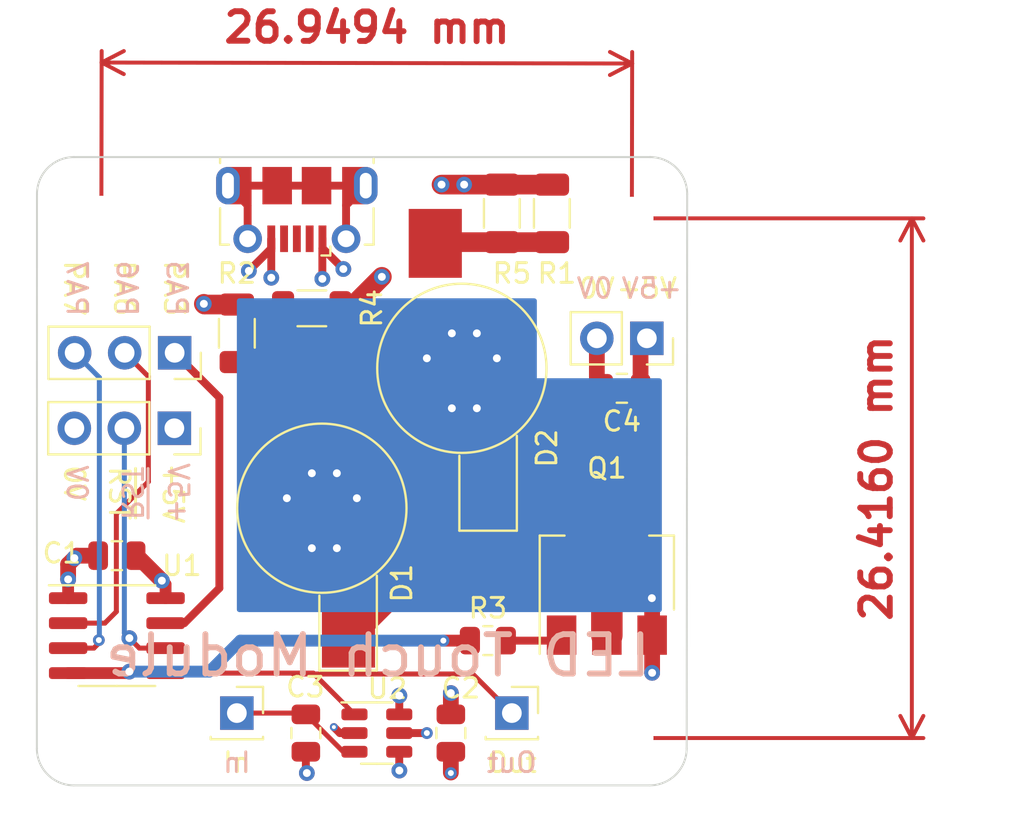
<source format=kicad_pcb>
(kicad_pcb (version 20211014) (generator pcbnew)
  (layers (0 "F.Cu" signal) (1 "In1.Cu" signal) (2 "In2.Cu" signal) (31 "B.Cu" jumper) (34 "B.Paste" user) (35 "F.Paste" user) (36 "B.SilkS" user "B.Silkscreen") (37 "F.SilkS" user "F.Silkscreen") (38 "B.Mask" user) (39 "F.Mask" user) (44 "Edge.Cuts" user))
  (net 0 "")
  (net 1 "+5V")
  (net 2 "GND")
  (net 3 "Net-(C3-Pad1)")
  (net 4 "/~{RST}")
  (net 5 "Net-(J3-Pad1)")
  (net 6 "Net-(J3-Pad2)")
  (net 7 "Net-(J3-Pad3)")
  (net 11 "unconnected-(J5-Pad6)")
  (net 12 "/Touch")
  (net 13 "Net-(Q1-Pad1)")
  (net 14 "Net-(D1-Pad1)")
  (net 15 "Net-(R3-Pad1)")
  (net 16 "Net-(D2-Pad2)")
  (net 17 "Net-(D1-Pad2)")
  (footprint "Connector_PinSocket_2.54mm:PinSocket_1x01_P2.54mm_Vertical" (layer "F.Cu") (at 129.54 75.692)
    (fp_text reference "J6" hide)
    (fp_text value "Conn_01x01")
    (fp_line (start -1.33 1.33) (end 1.33 1.33) (layer "F.SilkS") (width 0.12))
    (fp_line (start 1.33 1.21) (end 1.33 1.33) (layer "F.SilkS") (width 0.12))
    (fp_line (start -1.33 1.21) (end -1.33 1.33) (layer "F.SilkS") (width 0.12))
    (fp_line (start 1.33 -1.33) (end 1.33 0) (layer "F.SilkS") (width 0.12))
    (fp_line (start 0 -1.33) (end 1.33 -1.33) (layer "F.SilkS") (width 0.12))
    (pad "1" thru_hole rect (at 0 0) (size 1.7 1.7) (drill 1) (layers *.Cu *.Mask) (net 12 "/Touch"))
  )
  (footprint "Package_TO_SOT_SMD:SOT-223-3_TabPin2" (layer "F.Cu") (at 134.366 68.58 90)
    (fp_text reference "Q1" (at 5.334 0 180) (layer "F.SilkS"))
    (fp_text value "PZT2222A")
    (fp_line (start 1.91 3.41) (end 1.91 2.15) (layer "F.SilkS") (width 0.12))
    (fp_line (start 1.91 -3.41) (end 1.91 -2.15) (layer "F.SilkS") (width 0.12))
    (fp_line (start -4.1 -3.41) (end 1.91 -3.41) (layer "F.SilkS") (width 0.12))
    (fp_line (start -1.85 3.41) (end 1.91 3.41) (layer "F.SilkS") (width 0.12))
    (pad "1" smd rect (at -3.15 -2.3 90) (size 2 1.5) (layers "F.Cu" "F.Paste" "F.Mask") (net 13 "Net-(Q1-Pad1)"))
    (pad "2" smd rect (at -3.15 0 90) (size 2 1.5) (layers "F.Cu" "F.Paste" "F.Mask") (net 14 "Net-(D1-Pad1)"))
    (pad "2" smd rect (at 3.15 0 90) (size 2 3.8) (layers "F.Cu" "F.Paste" "F.Mask") (net 14 "Net-(D1-Pad1)"))
    (pad "3" smd rect (at -3.15 2.3 90) (size 2 1.5) (layers "F.Cu" "F.Paste" "F.Mask") (net 2 "GND"))
  )
  (footprint "Connector_PinSocket_2.54mm:PinSocket_1x02_P2.54mm_Vertical" (layer "F.Cu") (at 136.398 56.642 -90)
    (fp_text reference "J1" hide)
    (fp_text value "Conn_01x02")
    (fp_line (start 1.33 -1.33) (end 1.33 0) (layer "F.SilkS") (width 0.12))
    (fp_line (start -1.33 1.27) (end 1.33 1.27) (layer "F.SilkS") (width 0.12))
    (fp_line (start 0 -1.33) (end 1.33 -1.33) (layer "F.SilkS") (width 0.12))
    (fp_line (start -1.33 3.87) (end 1.33 3.87) (layer "F.SilkS") (width 0.12))
    (fp_line (start -1.33 1.27) (end -1.33 3.87) (layer "F.SilkS") (width 0.12))
    (fp_line (start 1.33 1.27) (end 1.33 3.87) (layer "F.SilkS") (width 0.12))
    (pad "1" thru_hole rect (at 0 0 270) (size 1.7 1.7) (drill 1) (layers *.Cu *.Mask) (net 1 "+5V"))
    (pad "2" thru_hole oval (at 0 2.54 270) (size 1.7 1.7) (drill 1) (layers *.Cu *.Mask) (net 2 "GND"))
  )
  (footprint "Resistor_SMD:R_1206_3216Metric" (layer "F.Cu") (at 131.572 50.292 -90)
    (fp_text reference "R1" (at 3.048 -0.254) (layer "F.SilkS"))
    (fp_text value "10")
    (fp_line (start -0.727064 0.91) (end 0.727064 0.91) (layer "F.SilkS") (width 0.12))
    (fp_line (start -0.727064 -0.91) (end 0.727064 -0.91) (layer "F.SilkS") (width 0.12))
    (pad "1" smd roundrect (at -1.4625 0 270) (size 1.125 1.75) (layers "F.Cu" "F.Paste" "F.Mask") (roundrect_rratio 0.2222222222) (net 1 "+5V"))
    (pad "2" smd roundrect (at 1.4625 0 270) (size 1.125 1.75) (layers "F.Cu" "F.Paste" "F.Mask") (roundrect_rratio 0.2222222222) (net 16 "Net-(D2-Pad2)"))
  )
  (footprint "MountingHole:MountingHole_2.2mm_M2" (layer "F.Cu") (at 108.6866 76.9112)
    (fp_text reference "H1" hide)
    (fp_text value "MountingHole")
    (pad "" np_thru_hole circle (at 0 0) (size 2.2 2.2) (drill 2.2) (layers *.Cu *.Mask))
  )
  (footprint "Capacitor_SMD:C_0805_2012Metric" (layer "F.Cu") (at 135.128 59.182 180)
    (fp_text reference "C4" (at 0 -1.68) (layer "F.SilkS"))
    (fp_text value "470n")
    (fp_line (start -0.261252 -0.735) (end 0.261252 -0.735) (layer "F.SilkS") (width 0.12))
    (fp_line (start -0.261252 0.735) (end 0.261252 0.735) (layer "F.SilkS") (width 0.12))
    (pad "1" smd roundrect (at -0.95 0 180) (size 1 1.45) (layers "F.Cu" "F.Paste" "F.Mask") (net 1 "+5V"))
    (pad "2" smd roundrect (at 0.95 0 180) (size 1 1.45) (layers "F.Cu" "F.Paste" "F.Mask") (net 2 "GND"))
  )
  (footprint "MountingHole:MountingHole_2.2mm_M2" (layer "F.Cu") (at 108.6866 50.4952)
    (fp_text reference "H2" hide)
    (fp_text value "MountingHole")
    (pad "" np_thru_hole circle (at 0 0) (size 2.2 2.2) (drill 2.2) (layers *.Cu *.Mask))
  )
  (footprint "MountingHole:MountingHole_2.2mm_M2" (layer "F.Cu") (at 135.636 76.962)
    (fp_text reference "H3" hide)
    (fp_text value "MountingHole")
    (pad "" np_thru_hole circle (at 0 0) (size 2.2 2.2) (drill 2.2) (layers *.Cu *.Mask))
  )
  (footprint "Resistor_SMD:R_1206_3216Metric" (layer "F.Cu") (at 119.38 55.118 180)
    (fp_text reference "R4" (at -3.048 0 90) (layer "F.SilkS"))
    (fp_text value "10")
    (fp_line (start -0.727064 -0.91) (end 0.727064 -0.91) (layer "F.SilkS") (width 0.12))
    (fp_line (start -0.727064 0.91) (end 0.727064 0.91) (layer "F.SilkS") (width 0.12))
    (pad "1" smd roundrect (at -1.4625 0 180) (size 1.125 1.75) (layers "F.Cu" "F.Paste" "F.Mask") (roundrect_rratio 0.2222222222) (net 1 "+5V"))
    (pad "2" smd roundrect (at 1.4625 0 180) (size 1.125 1.75) (layers "F.Cu" "F.Paste" "F.Mask") (roundrect_rratio 0.2222222222) (net 17 "Net-(D1-Pad2)"))
  )
  (footprint "Package_SO:SOIC-8_3.9x4.9mm_P1.27mm" (layer "F.Cu") (at 109.474 71.755)
    (fp_text reference "U1" (at 3.302 -3.556) (layer "F.SilkS"))
    (fp_text value "ATtiny412-SS")
    (fp_line (start 0 2.56) (end 1.95 2.56) (layer "F.SilkS") (width 0.12))
    (fp_line (start 0 -2.56) (end 1.95 -2.56) (layer "F.SilkS") (width 0.12))
    (fp_line (start 0 -2.56) (end -3.45 -2.56) (layer "F.SilkS") (width 0.12))
    (fp_line (start 0 2.56) (end -1.95 2.56) (layer "F.SilkS") (width 0.12))
    (pad "1" smd roundrect (at -2.475 -1.905) (size 1.95 0.6) (layers "F.Cu" "F.Paste" "F.Mask") (net 1 "+5V"))
    (pad "2" smd roundrect (at -2.475 -0.635) (size 1.95 0.6) (layers "F.Cu" "F.Paste" "F.Mask") (net 6 "Net-(J3-Pad2)"))
    (pad "3" smd roundrect (at -2.475 0.635) (size 1.95 0.6) (layers "F.Cu" "F.Paste" "F.Mask") (net 7 "Net-(J3-Pad3)"))
    (pad "4" smd roundrect (at -2.475 1.905) (size 1.95 0.6) (layers "F.Cu" "F.Paste" "F.Mask") (net 15 "Net-(R3-Pad1)"))
    (pad "5" smd roundrect (at 2.475 1.905) (size 1.95 0.6) (layers "F.Cu" "F.Paste" "F.Mask") (net 12 "/Touch"))
    (pad "6" smd roundrect (at 2.475 0.635) (size 1.95 0.6) (layers "F.Cu" "F.Paste" "F.Mask") (net 4 "/~{RST}"))
    (pad "7" smd roundrect (at 2.475 -0.635) (size 1.95 0.6) (layers "F.Cu" "F.Paste" "F.Mask") (net 5 "Net-(J3-Pad1)"))
    (pad "8" smd roundrect (at 2.475 -1.905) (size 1.95 0.6) (layers "F.Cu" "F.Paste" "F.Mask") (net 2 "GND"))
  )
  (footprint "Connector_USB:USB_Micro-B_Molex-105017-0001" (layer "F.Cu") (at 118.618 50.12 180)
    (fp_text reference "J5" hide)
    (fp_text value "USB_B_Micro")
    (fp_line (start 3.9 2.6375) (end 3.9 2.3875) (layer "F.SilkS") (width 0.12))
    (fp_line (start 3.9 -1.7625) (end 3.45 -1.7625) (layer "F.SilkS") (width 0.12))
    (fp_line (start 3.9 0.0875) (end 3.9 -1.7625) (layer "F.SilkS") (width 0.12))
    (fp_line (start -1.7 -2.3125) (end -1.25 -2.3125) (layer "F.SilkS") (width 0.12))
    (fp_line (start -3.9 2.6375) (end -3.9 2.3875) (layer "F.SilkS") (width 0.12))
    (fp_line (start -3.9 -1.7625) (end -3.45 -1.7625) (layer "F.SilkS") (width 0.12))
    (fp_line (start -1.7 -2.3125) (end -1.7 -1.8625) (layer "F.SilkS") (width 0.12))
    (fp_line (start -3.9 0.0875) (end -3.9 -1.7625) (layer "F.SilkS") (width 0.12))
    (pad "1" smd rect (at -1.3 -1.4625 180) (size 0.4 1.35) (layers "F.Cu" "F.Paste" "F.Mask") (net 1 "+5V"))
    (pad "2" smd rect (at -0.65 -1.4625 180) (size 0.4 1.35) (layers "F.Cu" "F.Paste" "F.Mask"))
    (pad "3" smd rect (at 0 -1.4625 180) (size 0.4 1.35) (layers "F.Cu" "F.Paste" "F.Mask"))
    (pad "4" smd rect (at 0.65 -1.4625 180) (size 0.4 1.35) (layers "F.Cu" "F.Paste" "F.Mask"))
    (pad "5" smd rect (at 1.3 -1.4625 180) (size 0.4 1.35) (layers "F.Cu" "F.Paste" "F.Mask") (net 2 "GND"))
    (pad "6" thru_hole circle (at -2.5 -1.4625 180) (size 1.45 1.45) (drill 0.85) (layers *.Cu *.Mask) (net 11 "unconnected-(J5-Pad6)"))
    (pad "6" thru_hole oval (at -3.5 1.2375) (size 1.2 1.9) (drill oval 0.6 1.3) (layers *.Cu *.Mask) (net 11 "unconnected-(J5-Pad6)"))
    (pad "6" smd rect (at -2.9 1.2375 180) (size 1.2 1.9) (layers "F.Cu" "F.Mask") (net 11 "unconnected-(J5-Pad6)"))
    (pad "6" thru_hole circle (at 2.5 -1.4625 180) (size 1.45 1.45) (drill 0.85) (layers *.Cu *.Mask) (net 11 "unconnected-(J5-Pad6)"))
    (pad "6" smd rect (at -1 1.2375 180) (size 1.5 1.9) (layers "F.Cu" "F.Paste" "F.Mask") (net 11 "unconnected-(J5-Pad6)"))
    (pad "6" smd rect (at 2.9 1.2375 180) (size 1.2 1.9) (layers "F.Cu" "F.Mask") (net 11 "unconnected-(J5-Pad6)"))
    (pad "6" thru_hole oval (at 3.5 1.2375 180) (size 1.2 1.9) (drill oval 0.6 1.3) (layers *.Cu *.Mask) (net 11 "unconnected-(J5-Pad6)"))
    (pad "6" smd rect (at 1 1.2375 180) (size 1.5 1.9) (layers "F.Cu" "F.Paste" "F.Mask") (net 11 "unconnected-(J5-Pad6)"))
  )
  (footprint "Connector_PinSocket_2.54mm:PinSocket_1x01_P2.54mm_Vertical" (layer "F.Cu") (at 115.57 75.692)
    (fp_text reference "J4" hide)
    (fp_text value "Conn_01x01")
    (fp_line (start -1.33 1.33) (end 1.33 1.33) (layer "F.SilkS") (width 0.12))
    (fp_line (start 1.33 -1.33) (end 1.33 0) (layer "F.SilkS") (width 0.12))
    (fp_line (start 0 -1.33) (end 1.33 -1.33) (layer "F.SilkS") (width 0.12))
    (fp_line (start 1.33 1.21) (end 1.33 1.33) (layer "F.SilkS") (width 0.12))
    (fp_line (start -1.33 1.21) (end -1.33 1.33) (layer "F.SilkS") (width 0.12))
    (pad "1" thru_hole rect (at 0 0) (size 1.7 1.7) (drill 1) (layers *.Cu *.Mask) (net 3 "Net-(C3-Pad1)"))
  )
  (footprint "LED_SMD:LED_1W_3W_R8" (layer "F.Cu") (at 119.888 65.278 90)
    (fp_text reference "D1" (at -3.81 4.064 90) (layer "F.SilkS"))
    (fp_text value "LED")
    (fp_line (start -8.255 -0.127) (end -8.255 2.794) (layer "F.SilkS") (width 0.12))
    (fp_line (start -8.255 2.794) (end -3.429 2.794) (layer "F.SilkS") (width 0.12))
    (fp_line (start -4.445 -0.127) (end -8.255 -0.127) (layer "F.SilkS") (width 0.12))
    (fp_circle (center 0 0) (end -4.3 0) (layer "F.SilkS") (width 0.12) (fill none))
    (pad "1" smd rect (at -6.35 1.35 90) (size 3.5 2.7) (layers "F.Cu" "F.Paste" "F.Mask") (net 14 "Net-(D1-Pad1)"))
    (pad "2" smd rect (at 6.35 -1.35 90) (size 3.5 2.7) (layers "F.Cu" "F.Paste" "F.Mask") (net 17 "Net-(D1-Pad2)"))
    (pad "3" smd circle (at 0 0 90) (size 5.7 5.7) (layers "F.Cu" "F.Paste" "F.Mask"))
  )
  (footprint "Capacitor_SMD:C_0805_2012Metric" (layer "F.Cu") (at 109.474 67.691)
    (fp_text reference "C1" (at -2.794 -0.127) (layer "F.SilkS"))
    (fp_text value "100n")
    (fp_line (start -0.261252 -0.735) (end 0.261252 -0.735) (layer "F.SilkS") (width 0.12))
    (fp_line (start -0.261252 0.735) (end 0.261252 0.735) (layer "F.SilkS") (width 0.12))
    (pad "1" smd roundrect (at -0.95 0) (size 1 1.45) (layers "F.Cu" "F.Paste" "F.Mask") (net 1 "+5V"))
    (pad "2" smd roundrect (at 0.95 0) (size 1 1.45) (layers "F.Cu" "F.Paste" "F.Mask") (net 2 "GND"))
  )
  (footprint "Connector_PinSocket_2.54mm:PinSocket_1x03_P2.54mm_Vertical" (layer "F.Cu") (at 112.395 61.214 -90)
    (fp_text reference "J2" hide)
    (fp_text value "Conn_01x03")
    (fp_line (start 0 -1.33) (end 1.33 -1.33) (layer "F.SilkS") (width 0.12))
    (fp_line (start -1.33 1.27) (end 1.33 1.27) (layer "F.SilkS") (width 0.12))
    (fp_line (start 1.33 -1.33) (end 1.33 0) (layer "F.SilkS") (width 0.12))
    (fp_line (start -1.33 6.41) (end 1.33 6.41) (layer "F.SilkS") (width 0.12))
    (fp_line (start 1.33 1.27) (end 1.33 6.41) (layer "F.SilkS") (width 0.12))
    (fp_line (start -1.33 1.27) (end -1.33 6.41) (layer "F.SilkS") (width 0.12))
    (pad "1" thru_hole rect (at 0 0 270) (size 1.7 1.7) (drill 1) (layers *.Cu *.Mask) (net 1 "+5V"))
    (pad "2" thru_hole oval (at 0 2.54 270) (size 1.7 1.7) (drill 1) (layers *.Cu *.Mask) (net 4 "/~{RST}"))
    (pad "3" thru_hole oval (at 0 5.08 270) (size 1.7 1.7) (drill 1) (layers *.Cu *.Mask) (net 2 "GND"))
  )
  (footprint "Capacitor_SMD:C_0805_2012Metric" (layer "F.Cu") (at 119.0752 76.708 -90)
    (fp_text reference "C3" (at -2.3368 0.0254) (layer "F.SilkS"))
    (fp_text value "47p")
    (fp_line (start -0.261252 0.735) (end 0.261252 0.735) (layer "F.SilkS") (width 0.12))
    (fp_line (start -0.261252 -0.735) (end 0.261252 -0.735) (layer "F.SilkS") (width 0.12))
    (pad "1" smd roundrect (at -0.95 0 270) (size 1 1.45) (layers "F.Cu" "F.Paste" "F.Mask") (net 3 "Net-(C3-Pad1)"))
    (pad "2" smd roundrect (at 0.95 0 270) (size 1 1.45) (layers "F.Cu" "F.Paste" "F.Mask") (net 2 "GND"))
  )
  (footprint "Connector_PinSocket_2.54mm:PinSocket_1x03_P2.54mm_Vertical" (layer "F.Cu") (at 112.41 57.379 -90)
    (fp_text reference "J3" hide)
    (fp_text value "Conn_01x03")
    (fp_line (start 0 -1.33) (end 1.33 -1.33) (layer "F.SilkS") (width 0.12))
    (fp_line (start 1.33 1.27) (end 1.33 6.41) (layer "F.SilkS") (width 0.12))
    (fp_line (start -1.33 6.41) (end 1.33 6.41) (layer "F.SilkS") (width 0.12))
    (fp_line (start -1.33 1.27) (end -1.33 6.41) (layer "F.SilkS") (width 0.12))
    (fp_line (start 1.33 -1.33) (end 1.33 0) (layer "F.SilkS") (width 0.12))
    (fp_line (start -1.33 1.27) (end 1.33 1.27) (layer "F.SilkS") (width 0.12))
    (pad "1" thru_hole rect (at 0 0 270) (size 1.7 1.7) (drill 1) (layers *.Cu *.Mask) (net 5 "Net-(J3-Pad1)"))
    (pad "2" thru_hole oval (at 0 2.54 270) (size 1.7 1.7) (drill 1) (layers *.Cu *.Mask) (net 6 "Net-(J3-Pad2)"))
    (pad "3" thru_hole oval (at 0 5.08 270) (size 1.7 1.7) (drill 1) (layers *.Cu *.Mask) (net 7 "Net-(J3-Pad3)"))
  )
  (footprint "Resistor_SMD:R_1206_3216Metric" (layer "F.Cu") (at 115.57 56.388 -90)
    (fp_text reference "R2" (at -3.048 0) (layer "F.SilkS"))
    (fp_text value "10")
    (fp_line (start -0.727064 -0.91) (end 0.727064 -0.91) (layer "F.SilkS") (width 0.12))
    (fp_line (start -0.727064 0.91) (end 0.727064 0.91) (layer "F.SilkS") (width 0.12))
    (pad "1" smd roundrect (at -1.4625 0 270) (size 1.125 1.75) (layers "F.Cu" "F.Paste" "F.Mask") (roundrect_rratio 0.2222222222) (net 1 "+5V"))
    (pad "2" smd roundrect (at 1.4625 0 270) (size 1.125 1.75) (layers "F.Cu" "F.Paste" "F.Mask") (roundrect_rratio 0.2222222222) (net 17 "Net-(D1-Pad2)"))
  )
  (footprint "LED_SMD:LED_1W_3W_R8" (layer "F.Cu") (at 127 58.166 90)
    (fp_text reference "D2" (at -4.064 4.318 90) (layer "F.SilkS"))
    (fp_text value "LED")
    (fp_line (start -8.255 -0.127) (end -8.255 2.794) (layer "F.SilkS") (width 0.12))
    (fp_line (start -8.255 2.794) (end -3.429 2.794) (layer "F.SilkS") (width 0.12))
    (fp_line (start -4.445 -0.127) (end -8.255 -0.127) (layer "F.SilkS") (width 0.12))
    (fp_circle (center 0 0) (end -4.3 0) (layer "F.SilkS") (width 0.12) (fill none))
    (pad "1" smd rect (at -6.35 1.35 90) (size 3.5 2.7) (layers "F.Cu" "F.Paste" "F.Mask") (net 14 "Net-(D1-Pad1)"))
    (pad "2" smd rect (at 6.35 -1.35 90) (size 3.5 2.7) (layers "F.Cu" "F.Paste" "F.Mask") (net 16 "Net-(D2-Pad2)"))
    (pad "3" smd circle (at 0 0 90) (size 5.7 5.7) (layers "F.Cu" "F.Paste" "F.Mask"))
  )
  (footprint "Package_TO_SOT_SMD:SOT-23-6" (layer "F.Cu") (at 122.682 76.708)
    (fp_text reference "U2" (at 0.5334 -2.2606) (layer "F.SilkS"))
    (fp_text value "TTP223")
    (fp_line (start 0 1.56) (end -0.8 1.56) (layer "F.SilkS") (width 0.12))
    (fp_line (start 0 -1.56) (end 0.8 -1.56) (layer "F.SilkS") (width 0.12))
    (fp_line (start 0 1.56) (end 0.8 1.56) (layer "F.SilkS") (width 0.12))
    (fp_line (start 0 -1.56) (end -1.8 -1.56) (layer "F.SilkS") (width 0.12))
    (pad "1" smd roundrect (at -1.1375 -0.95) (size 1.325 0.6) (layers "F.Cu" "F.Paste" "F.Mask") (net 12 "/Touch"))
    (pad "2" smd roundrect (at -1.1375 0) (size 1.325 0.6) (layers "F.Cu" "F.Paste" "F.Mask") (net 2 "GND"))
    (pad "3" smd roundrect (at -1.1375 0.95) (size 1.325 0.6) (layers "F.Cu" "F.Paste" "F.Mask") (net 3 "Net-(C3-Pad1)"))
    (pad "4" smd roundrect (at 1.1375 0.95) (size 1.325 0.6) (layers "F.Cu" "F.Paste" "F.Mask") (net 2 "GND"))
    (pad "5" smd roundrect (at 1.1375 0) (size 1.325 0.6) (layers "F.Cu" "F.Paste" "F.Mask") (net 1 "+5V"))
    (pad "6" smd roundrect (at 1.1375 -0.95) (size 1.325 0.6) (layers "F.Cu" "F.Paste" "F.Mask") (net 2 "GND"))
  )
  (footprint "Resistor_SMD:R_0805_2012Metric" (layer "F.Cu") (at 128.3208 72.009)
    (fp_text reference "R3" (at 0 -1.65) (layer "F.SilkS"))
    (fp_text value "220")
    (fp_line (start -0.227064 -0.735) (end 0.227064 -0.735) (layer "F.SilkS") (width 0.12))
    (fp_line (start -0.227064 0.735) (end 0.227064 0.735) (layer "F.SilkS") (width 0.12))
    (pad "1" smd roundrect (at -0.9125 0) (size 1.025 1.4) (layers "F.Cu" "F.Paste" "F.Mask") (roundrect_rratio 0.243902439) (net 15 "Net-(R3-Pad1)"))
    (pad "2" smd roundrect (at 0.9125 0) (size 1.025 1.4) (layers "F.Cu" "F.Paste" "F.Mask") (roundrect_rratio 0.243902439) (net 13 "Net-(Q1-Pad1)"))
  )
  (footprint "Resistor_SMD:R_1206_3216Metric" (layer "F.Cu") (at 129.032 50.292 -90)
    (fp_text reference "R5" (at 3.048 -0.508) (layer "F.SilkS"))
    (fp_text value "10")
    (fp_line (start -0.727064 -0.91) (end 0.727064 -0.91) (layer "F.SilkS") (width 0.12))
    (fp_line (start -0.727064 0.91) (end 0.727064 0.91) (layer "F.SilkS") (width 0.12))
    (pad "1" smd roundrect (at -1.4625 0 270) (size 1.125 1.75) (layers "F.Cu" "F.Paste" "F.Mask") (roundrect_rratio 0.2222222222) (net 1 "+5V"))
    (pad "2" smd roundrect (at 1.4625 0 270) (size 1.125 1.75) (layers "F.Cu" "F.Paste" "F.Mask") (roundrect_rratio 0.2222222222) (net 16 "Net-(D2-Pad2)"))
  )
  (footprint "MountingHole:MountingHole_2.2mm_M2" (layer "F.Cu") (at 135.636 50.546)
    (fp_text reference "H4" hide)
    (fp_text value "MountingHole")
    (pad "" np_thru_hole circle (at 0 0) (size 2.2 2.2) (drill 2.2) (layers *.Cu *.Mask))
  )
  (footprint "Capacitor_SMD:C_0805_2012Metric" (layer "F.Cu") (at 126.4412 76.708 90)
    (fp_text reference "C2" (at 2.286 0.508 180) (layer "F.SilkS"))
    (fp_text value "100n")
    (fp_line (start -0.261252 -0.735) (end 0.261252 -0.735) (layer "F.SilkS") (width 0.12))
    (fp_line (start -0.261252 0.735) (end 0.261252 0.735) (layer "F.SilkS") (width 0.12))
    (pad "1" smd roundrect (at -0.95 0 90) (size 1 1.45) (layers "F.Cu" "F.Paste" "F.Mask") (net 1 "+5V"))
    (pad "2" smd roundrect (at 0.95 0 90) (size 1 1.45) (layers "F.Cu" "F.Paste" "F.Mask") (net 2 "GND"))
  )
  (gr_line (start 136.542122 79.366722) (end 107.2896 79.366722) (layer "Edge.Cuts") (width 0.1))
  (gr_arc (start 138.421722 77.487122) (mid 137.8712 78.8162) (end 136.542122 79.366722) (layer "Edge.Cuts") (width 0.1))
  (gr_arc (start 136.567522 47.430078) (mid 137.8966 47.9806) (end 138.447122 49.309678) (layer "Edge.Cuts") (width 0.1))
  (gr_arc (start 105.415853 49.315531) (mid 105.965873 47.982523) (end 107.297878 47.430078) (layer "Edge.Cuts") (width 0.1))
  (gr_line (start 107.297878 47.430078) (end 136.567522 47.430078) (layer "Edge.Cuts") (width 0.1))
  (gr_line (start 138.447122 49.309678) (end 138.421722 77.487122) (layer "Edge.Cuts") (width 0.1))
  (gr_arc (start 107.2896 79.366722) (mid 105.960522 78.8162) (end 105.41 77.487122) (layer "Edge.Cuts") (width 0.1))
  (gr_line (start 105.41 77.487122) (end 105.415853 49.315531) (layer "Edge.Cuts") (width 0.1))
  (gr_text "PA6" (at 109.982 54.102 -90) (layer "B.SilkS") (effects (font (size 1 1)) (justify mirror)))
  (gr_text "PA3" (at 112.522 54.102 -90) (layer "B.SilkS") (effects (font (size 1 1)) (justify mirror)))
  (gr_text "0V" (at 107.442 64.008 -90) (layer "B.SilkS") (effects (font (size 1 1)) (justify mirror)))
  (gr_text "+5V\n" (at 112.5895 64.516 -90) (layer "B.SilkS") (effects (font (size 1 1)) (justify mirror)))
  (gr_text "Out\n" (at 129.54 78.2066) (layer "B.SilkS") (effects (font (size 1 1)) (justify mirror)))
  (gr_text "+5V\n" (at 136.652 54.102) (layer "B.SilkS") (effects (font (size 1 1)) (justify mirror)))
  (gr_text "~{RST}" (at 110.236 64.516 -90) (layer "B.SilkS") (effects (font (size 1 1)) (justify mirror)))
  (gr_text "In" (at 115.57 78.2066) (layer "B.SilkS") (effects (font (size 1 1)) (justify mirror)))
  (gr_text "LED Touch Module" (at 122.7328 72.771) (layer "B.SilkS") (effects (font (size 2 2) (thickness 0.3)) (justify mirror)))
  (gr_text "0V" (at 133.746952 54.102) (layer "B.SilkS") (effects (font (size 1 1)) (justify mirror)))
  (gr_text "PA7" (at 107.442 54.102 -90) (layer "B.SilkS") (effects (font (size 1 1)) (justify mirror)))
  (gr_text "0V" (at 133.858 54.102) (layer "F.SilkS") (effects (font (size 1 1))))
  (gr_text "+5V\n" (at 112.3275 64.516 270) (layer "F.SilkS") (effects (font (size 1 1))))
  (gr_text "~{RST}" (at 109.601 64.516 270) (layer "F.SilkS") (effects (font (size 1 1))))
  (gr_text "PA6" (at 109.855 54.102 270) (layer "F.SilkS") (effects (font (size 1 1))))
  (gr_text "+5V\n" (at 136.398 54.102) (layer "F.SilkS") (effects (font (size 1 1))))
  (gr_text "0V" (at 107.315 64.008 270) (layer "F.SilkS") (effects (font (size 1 1))))
  (gr_text "In" (at 115.57 78.2066) (layer "F.SilkS") (effects (font (size 1 1))))
  (gr_text "PA7" (at 107.315 54.102 270) (layer "F.SilkS") (effects (font (size 1 1))))
  (gr_text "Out" (at 129.54 78.2066) (layer "F.SilkS") (effects (font (size 1 1))))
  (gr_text "PA3" (at 112.395 54.102 270) (layer "F.SilkS") (effects (font (size 1 1))))
  (dimension (type aligned) (layer "F.Cu") (pts (xy 108.6866 50.4952) (xy 135.636 50.546)) (height -7.871113) (gr_text "26.9494 mm" (at 122.17953 40.849504 359.8919968) (layer "F.Cu") (effects (font (size 1.5 1.5) (thickness 0.3)))) (format (units 3) (units_format 1) (precision 4)) (style (thickness 0.2) (arrow_length 1.27) (text_position_mode 0) (extension_height 0.58642) (extension_offset 0.5) keep_text_aligned))
  (dimension (type aligned) (layer "F.Cu") (pts (xy 135.636 76.962) (xy 135.636 50.546)) (height 14.224) (gr_text "26.4160 mm" (at 148.06 63.754 90) (layer "F.Cu") (effects (font (size 1.5 1.5) (thickness 0.3)))) (format (units 3) (units_format 1) (precision 4)) (style (thickness 0.2) (arrow_length 1.27) (text_position_mode 0) (extension_height 0.58642) (extension_offset 0.5) keep_text_aligned))
  (segment (start 106.999 68.134) (end 107.315 67.818) (width 0.8) (layer "F.Cu") (net 1))
  (segment (start 120.8425 55.118) (end 121.3358 55.118) (width 1) (layer "F.Cu") (net 1))
  (segment (start 131.572 48.8295) (end 127.1163 48.8295) (width 1) (layer "F.Cu") (net 1))
  (segment (start 123.8195 76.708) (end 125.222 76.708) (width 0.4) (layer "F.Cu") (net 1))
  (segment (start 106.999 68.896) (end 106.999 68.134) (width 0.8) (layer "F.Cu") (net 1))
  (segment (start 136.078 59.182) (end 136.078 56.962) (width 0.8) (layer "F.Cu") (net 1))
  (segment (start 119.918 52.0575) (end 120.9802 53.1197) (width 0.4) (layer "F.Cu") (net 1))
  (segment (start 136.078 56.962) (end 136.398 56.642) (width 0.8) (layer "F.Cu") (net 1))
  (segment (start 107.315 67.818) (end 107.442 67.691) (width 0.8) (layer "F.Cu") (net 1))
  (segment (start 119.9134 52.0621) (end 119.9134 53.6194) (width 0.4) (layer "F.Cu") (net 1))
  (segment (start 113.9297 54.9255) (end 113.8936 54.8894) (width 1) (layer "F.Cu") (net 1))
  (segment (start 106.999 69.85) (end 106.999 68.896) (width 0.6) (layer "F.Cu") (net 1))
  (segment (start 107.442 67.691) (end 108.524 67.691) (width 0.8) (layer "F.Cu") (net 1))
  (segment (start 119.918 52.0575) (end 119.9134 52.0621) (width 0.4) (layer "F.Cu") (net 1))
  (segment (start 126.4412 77.658) (end 126.4412 78.7146) (width 0.8) (layer "F.Cu") (net 1))
  (segment (start 115.57 54.9255) (end 113.9297 54.9255) (width 1) (layer "F.Cu") (net 1))
  (segment (start 127.1163 48.8295) (end 125.9693 48.8295) (width 1) (layer "F.Cu") (net 1))
  (segment (start 119.918 51.5825) (end 119.918 52.0575) (width 0.4) (layer "F.Cu") (net 1))
  (segment (start 121.3358 55.118) (end 122.936 53.5178) (width 1) (layer "F.Cu") (net 1))
  (via (at 127.1163 48.8295) (size 0.8) (drill 0.4) (layers "F.Cu" "B.Cu") (net 1))
  (via (at 107.315 67.818) (size 0.8) (drill 0.4) (layers "F.Cu" "B.Cu") (net 1))
  (via (at 125.222 76.708) (size 0.6) (drill 0.3) (layers "F.Cu" "B.Cu") (net 1))
  (via (at 113.8936 54.8894) (size 0.8) (drill 0.4) (layers "F.Cu" "B.Cu") (net 1))
  (via (at 119.9134 53.6194) (size 0.8) (drill 0.4) (layers "F.Cu" "B.Cu") (net 1))
  (via (at 126.4412 78.74) (size 0.6) (drill 0.3) (layers "F.Cu" "B.Cu") (net 1))
  (via (at 106.999 68.896) (size 0.8) (drill 0.4) (layers "F.Cu" "B.Cu") (net 1))
  (via (at 125.9693 48.8295) (size 0.8) (drill 0.4) (layers "F.Cu" "B.Cu") (net 1))
  (via (at 122.936 53.5178) (size 0.8) (drill 0.4) (layers "F.Cu" "B.Cu") (net 1))
  (via (at 120.9802 53.1197) (size 0.8) (drill 0.4) (layers "F.Cu" "B.Cu") (net 1))
  (segment (start 117.318 52.0746) (end 116.1796 53.213) (width 0.4) (layer "F.Cu") (net 2))
  (segment (start 123.8195 75.758) (end 123.825 74.803) (width 0.4) (layer "F.Cu") (net 2))
  (segment (start 111.949 69.85) (end 111.949 69.15) (width 0.6) (layer "F.Cu") (net 2))
  (segment (start 117.318 51.5825) (end 117.318 52.0746) (width 0.4) (layer "F.Cu") (net 2))
  (segment (start 136.666 69.864) (end 136.652 69.85) (width 0.8) (layer "F.Cu") (net 2))
  (segment (start 120.8024 76.708) (end 121.5445 76.708) (width 0.4) (layer "F.Cu") (net 2))
  (segment (start 136.666 71.73) (end 136.666 69.864) (width 0.8) (layer "F.Cu") (net 2))
  (segment (start 120.4976 76.4032) (end 120.8024 76.708) (width 0.4) (layer "F.Cu") (net 2))
  (segment (start 126.4412 75.758) (end 126.4412 74.676) (width 0.8) (layer "F.Cu") (net 2))
  (segment (start 111.949 69.15) (end 111.76 68.961) (width 0.6) (layer "F.Cu") (net 2))
  (segment (start 119.0752 78.6892) (end 119.126 78.74) (width 0.4) (layer "F.Cu") (net 2))
  (segment (start 119.0752 77.658) (end 119.0752 78.6892) (width 0.4) (layer "F.Cu") (net 2))
  (segment (start 110.424 67.691) (end 110.49 67.691) (width 0.8) (layer "F.Cu") (net 2))
  (segment (start 133.858 56.642) (end 133.858 58.862) (width 0.8) (layer "F.Cu") (net 2))
  (segment (start 136.666 71.73) (end 136.666 73.646) (width 0.8) (layer "F.Cu") (net 2))
  (segment (start 123.8195 78.6075) (end 123.825 78.613) (width 0.4) (layer "F.Cu") (net 2))
  (segment (start 123.8195 77.658) (end 123.8195 78.6075) (width 0.4) (layer "F.Cu") (net 2))
  (segment (start 110.49 67.691) (end 111.76 68.961) (width 0.8) (layer "F.Cu") (net 2))
  (segment (start 133.858 58.862) (end 134.178 59.182) (width 0.8) (layer "F.Cu") (net 2))
  (segment (start 117.318 51.5825) (end 117.318 53.564) (width 0.4) (layer "F.Cu") (net 2))
  (via (at 119.126 78.74) (size 0.8) (drill 0.4) (layers "F.Cu" "B.Cu") (net 2))
  (via (at 125.222 57.658) (size 0.8) (drill 0.4) (layers "F.Cu" "B.Cu") (net 2))
  (via (at 119.38 63.5) (size 0.8) (drill 0.4) (layers "F.Cu" "B.Cu") (net 2))
  (via (at 127.762 60.198) (size 0.8) (drill 0.4) (layers "F.Cu" "B.Cu") (net 2))
  (via (at 126.492 60.198) (size 0.8) (drill 0.4) (layers "F.Cu" "B.Cu") (net 2))
  (via (at 120.4976 76.4032) (size 0.4) (drill 0.2) (layers "F.Cu" "B.Cu") (net 2))
  (via (at 126.4412 74.676) (size 0.8) (drill 0.4) (layers "F.Cu" "B.Cu") (net 2))
  (via (at 136.652 69.85) (size 0.8) (drill 0.4) (layers "F.Cu" "B.Cu") (net 2))
  (via (at 121.666 64.77) (size 0.8) (drill 0.4) (layers "F.Cu" "B.Cu") (net 2))
  (via (at 118.11 64.77) (size 0.8) (drill 0.4) (layers "F.Cu" "B.Cu") (net 2))
  (via (at 123.825 78.613) (size 0.8) (drill 0.4) (layers "F.Cu" "B.Cu") (net 2))
  (via (at 127.762 56.388) (size 0.8) (drill 0.4) (layers "F.Cu" "B.Cu") (net 2))
  (via (at 119.38 67.31) (size 0.8) (drill 0.4) (layers "F.Cu" "B.Cu") (net 2))
  (via (at 120.65 67.31) (size 0.8) (drill 0.4) (layers "F.Cu" "B.Cu") (net 2))
  (via (at 111.76 68.961) (size 0.8) (drill 0.4) (layers "F.Cu" "B.Cu") (net 2))
  (via (at 136.666 73.646) (size 0.8) (drill 0.4) (layers "F.Cu" "B.Cu") (net 2))
  (via (at 120.65 63.5) (size 0.8) (drill 0.4) (layers "F.Cu" "B.Cu") (net 2))
  (via (at 117.318 53.564) (size 0.8) (drill 0.4) (layers "F.Cu" "B.Cu") (net 2))
  (via (at 126.492 56.388) (size 0.8) (drill 0.4) (layers "F.Cu" "B.Cu") (net 2))
  (via (at 123.825 74.803) (size 0.8) (drill 0.4) (layers "F.Cu" "B.Cu") (net 2))
  (via (at 116.1796 53.213) (size 0.8) (drill 0.4) (layers "F.Cu" "B.Cu") (net 2))
  (via (at 128.778 57.658) (size 0.8) (drill 0.4) (layers "F.Cu" "B.Cu") (net 2))
  (segment (start 120.9752 77.658) (end 121.5445 77.658) (width 0.254) (layer "F.Cu") (net 3))
  (segment (start 115.57 75.692) (end 119.0092 75.692) (width 0.254) (layer "F.Cu") (net 3))
  (segment (start 119.0092 75.692) (end 119.0752 75.758) (width 0.254) (layer "F.Cu") (net 3))
  (segment (start 119.0752 75.758) (end 120.9752 77.658) (width 0.254) (layer "F.Cu") (net 3))
  (segment (start 111.949 72.39) (end 110.617 72.39) (width 0.254) (layer "F.Cu") (net 4))
  (segment (start 110.617 72.39) (end 110.109 71.882) (width 0.254) (layer "F.Cu") (net 4))
  (via (at 110.109 71.882) (size 0.8) (drill 0.4) (layers "F.Cu" "B.Cu") (net 4))
  (segment (start 110.109 71.882) (end 109.855 71.628) (width 0.254) (layer "B.Cu") (net 4))
  (segment (start 109.855 71.628) (end 109.855 61.214) (width 0.254) (layer "B.Cu") (net 4))
  (segment (start 111.949 71.12) (end 112.903 71.12) (width 0.4) (layer "F.Cu") (net 5))
  (segment (start 112.903 71.12) (end 114.681 69.342) (width 0.4) (layer "F.Cu") (net 5))
  (segment (start 114.681 69.342) (end 114.681 59.65) (width 0.4) (layer "F.Cu") (net 5))
  (segment (start 114.681 59.65) (end 112.41 57.379) (width 0.4) (layer "F.Cu") (net 5))
  (segment (start 109.4486 70.5358) (end 109.4486 65.5574) (width 0.254) (layer "F.Cu") (net 6))
  (segment (start 108.8644 71.12) (end 109.4486 70.5358) (width 0.254) (layer "F.Cu") (net 6))
  (segment (start 106.999 71.12) (end 108.8644 71.12) (width 0.254) (layer "F.Cu") (net 6))
  (segment (start 111.0742 63.9318) (end 111.0742 58.5832) (width 0.254) (layer "F.Cu") (net 6))
  (segment (start 111.0742 58.5832) (end 109.87 57.379) (width 0.254) (layer "F.Cu") (net 6))
  (segment (start 109.4486 65.5574) (end 111.0742 63.9318) (width 0.254) (layer "F.Cu") (net 6))
  (segment (start 108.5596 71.9836) (end 108.5596 72.136) (width 0.254) (layer "F.Cu") (net 7))
  (segment (start 108.5596 72.136) (end 108.3056 72.39) (width 0.254) (layer "F.Cu") (net 7))
  (segment (start 108.3056 72.39) (end 106.999 72.39) (width 0.254) (layer "F.Cu") (net 7))
  (via (at 108.5596 71.9836) (size 0.6) (drill 0.3) (layers "F.Cu" "B.Cu") (net 7))
  (segment (start 108.585 58.634) (end 108.585 71.9582) (width 0.254) (layer "B.Cu") (net 7))
  (segment (start 107.33 57.379) (end 108.585 58.634) (width 0.254) (layer "B.Cu") (net 7))
  (segment (start 108.585 71.9582) (end 108.5596 71.9836) (width 0.254) (layer "B.Cu") (net 7))
  (segment (start 121.118 49.8825) (end 122.118 48.8825) (width 0.4) (layer "F.Cu") (net 11))
  (segment (start 116.118 51.5825) (end 116.118 49.8825) (width 0.4) (layer "F.Cu") (net 11))
  (segment (start 116.118 49.8825) (end 115.118 48.8825) (width 0.4) (layer "F.Cu") (net 11))
  (segment (start 115.718 48.8825) (end 122.118 48.8825) (width 0.4) (layer "F.Cu") (net 11))
  (segment (start 121.118 51.5825) (end 121.118 49.8825) (width 0.4) (layer "F.Cu") (net 11))
  (segment (start 119.4465 73.66) (end 118.3894 73.66) (width 0.254) (layer "F.Cu") (net 12))
  (segment (start 118.3894 73.66) (end 111.949 73.66) (width 0.254) (layer "F.Cu") (net 12))
  (segment (start 121.5445 75.758) (end 119.4465 73.66) (width 0.254) (layer "F.Cu") (net 12))
  (segment (start 127.552511 73.704511) (end 118.433911 73.704511) (width 0.254) (layer "F.Cu") (net 12))
  (segment (start 129.54 75.692) (end 127.552511 73.704511) (width 0.254) (layer "F.Cu") (net 12))
  (segment (start 118.433911 73.704511) (end 118.3894 73.66) (width 0.254) (layer "F.Cu") (net 12))
  (segment (start 131.787 72.009) (end 132.066 71.73) (width 0.4) (layer "F.Cu") (net 13))
  (segment (start 129.2333 72.009) (end 131.787 72.009) (width 0.4) (layer "F.Cu") (net 13))
  (segment (start 124.2098 68.6562) (end 121.238 71.628) (width 1.6) (layer "F.Cu") (net 14))
  (segment (start 133.452 64.516) (end 134.366 65.43) (width 1.6) (layer "F.Cu") (net 14))
  (segment (start 134.239 68.6562) (end 134.366 68.5292) (width 1.6) (layer "F.Cu") (net 14))
  (segment (start 134.366 71.73) (end 134.366 68.5292) (width 1.6) (layer "F.Cu") (net 14))
  (segment (start 128.35 64.516) (end 133.452 64.516) (width 1.6) (layer "F.Cu") (net 14))
  (segment (start 134.366 68.5292) (end 134.366 65.43) (width 1.6) (layer "F.Cu") (net 14))
  (segment (start 124.2098 68.6562) (end 134.239 68.6562) (width 1.6) (layer "F.Cu") (net 14))
  (segment (start 126.0602 72.009) (end 127.4083 72.009) (width 0.6) (layer "F.Cu") (net 15))
  (segment (start 106.999 73.66) (end 110.0328 73.66) (width 0.6) (layer "F.Cu") (net 15))
  (segment (start 110.0328 73.66) (end 110.109 73.5838) (width 0.254) (layer "F.Cu") (net 15))
  (via (at 126.0602 72.009) (size 0.6) (drill 0.3) (layers "F.Cu" "B.Cu") (net 15))
  (via (at 110.109 73.5838) (size 0.8) (drill 0.4) (layers "F.Cu" "B.Cu") (net 15))
  (segment (start 114.173 73.5838) (end 114.8842 72.8726) (width 0.6) (layer "B.Cu") (net 15))
  (segment (start 110.109 73.5838) (end 114.173 73.5838) (width 0.6) (layer "B.Cu") (net 15))
  (segment (start 115.7478 72.009) (end 126.0602 72.009) (width 0.6) (layer "B.Cu") (net 15))
  (segment (start 114.8842 72.8726) (end 115.7478 72.009) (width 0.6) (layer "B.Cu") (net 15))
  (segment (start 125.7115 51.7545) (end 125.65 51.816) (width 1) (layer "F.Cu") (net 16))
  (segment (start 131.572 51.7545) (end 125.7115 51.7545) (width 1) (layer "F.Cu") (net 16))
  (segment (start 115.57 57.8505) (end 117.4605 57.8505) (width 1) (layer "F.Cu") (net 17))
  (segment (start 117.9175 55.118) (end 117.9175 58.3075) (width 1) (layer "F.Cu") (net 17))
  (segment (start 117.9175 58.3075) (end 118.538 58.928) (width 1) (layer "F.Cu") (net 17))
  (segment (start 117.4605 57.8505) (end 118.538 58.928) (width 1) (layer "F.Cu") (net 17))
  (zone (net 2) (net_name "GND") (layer "B.Cu") (connect_pads (clearance 0.508)) (min_thickness 0.254) (fill yes (thermal_gap 0.508) (thermal_bridge_width 0.508))
    (polygon (pts (xy 130.81 58.674) (xy 137.16 58.674) (xy 137.16 70.5612) (xy 115.57 70.5612) (xy 115.57 68.58) (xy 115.57 54.61) (xy 130.81 54.61)))
  )
)
</source>
